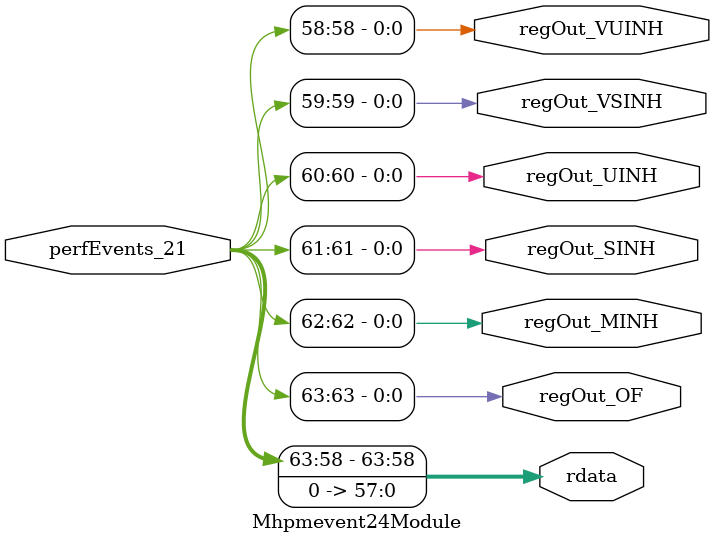
<source format=v>
module Mhpmevent24Module(
  output [63:0] rdata,
  output        regOut_OF,
  output        regOut_MINH,
  output        regOut_SINH,
  output        regOut_UINH,
  output        regOut_VSINH,
  output        regOut_VUINH,
  input  [63:0] perfEvents_21
);

  assign rdata = {perfEvents_21[63:58], 58'h0};
  assign regOut_OF = perfEvents_21[63];
  assign regOut_MINH = perfEvents_21[62];
  assign regOut_SINH = perfEvents_21[61];
  assign regOut_UINH = perfEvents_21[60];
  assign regOut_VSINH = perfEvents_21[59];
  assign regOut_VUINH = perfEvents_21[58];
endmodule


</source>
